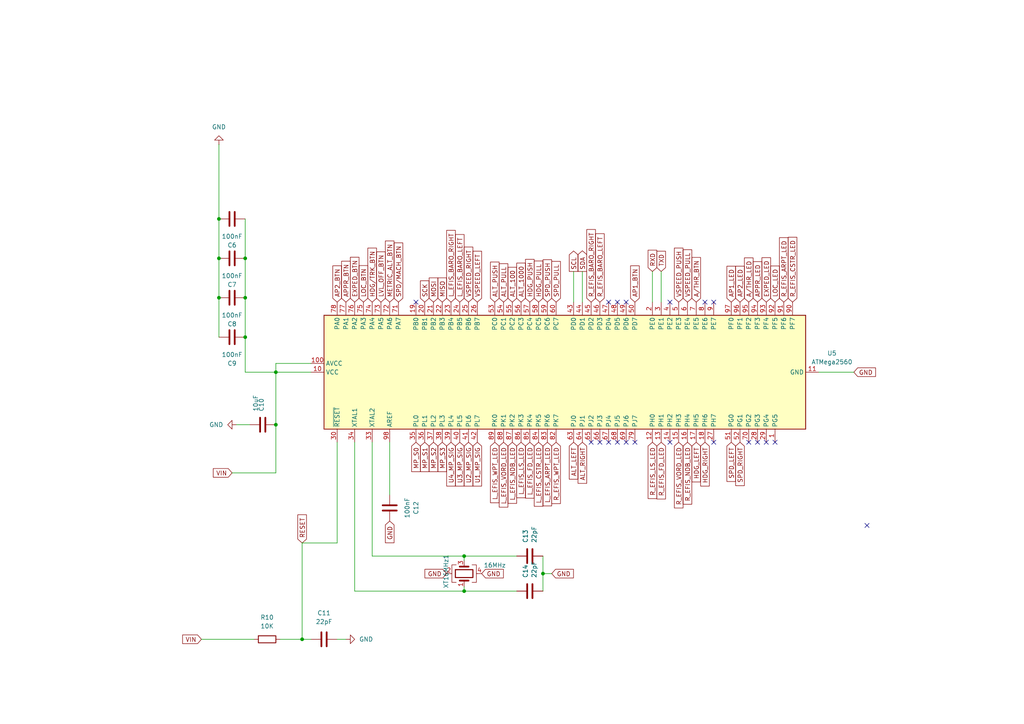
<source format=kicad_sch>
(kicad_sch (version 20250114) (generator "eeschema") (generator_version "9.0")
  (paper "A4")
  (title_block (title "FCU Mainboard schematics") (date "2024-03-05") (rev "1.0"))
  (lib_symbols
    (symbol "Device:C" (pin_numbers (hide yes)) (pin_names (offset 0.254))
      (property "Reference" "C" (at 0.635 2.54 0))
      (property "Value" "C" (at 0.635 -2.54 0))
      (symbol "C_0_1"
        (polyline (pts (xy -2.032 0.762) (xy 2.032 0.762)) (stroke (width 0.508)))
        (polyline (pts (xy -2.032 -0.762) (xy 2.032 -0.762)) (stroke (width 0.508)))
      )
      (symbol "C_1_1"
        (pin passive line (at 0 3.81 270) (length 2.794) (name "~") (number "1"))
        (pin passive line (at 0 -3.81 90) (length 2.794) (name "~") (number "2"))
      )
    )
    (symbol "Device:Crystal_GND24" (pin_names (offset 1.016) (hide yes))
      (property "Reference" "Y" (at 3.175 5.08 0))
      (property "Value" "Crystal_GND24" (at 3.175 3.175 0))
      (symbol "Crystal_GND24_0_1"
        (polyline (pts (xy -2.54 2.286) (xy -2.54 3.556) (xy 2.54 3.556) (xy 2.54 2.286)))
        (polyline (pts (xy -2.54 0) (xy -2.032 0)))
        (polyline (pts (xy -2.54 -2.286) (xy -2.54 -3.556) (xy 2.54 -3.556) (xy 2.54 -2.286)))
        (polyline (pts (xy -2.032 -1.27) (xy -2.032 1.27)) (stroke (width 0.508)))
        (rectangle (start -1.143 2.54) (end 1.143 -2.54) (stroke (width 0.3048)))
        (polyline (pts (xy 0 3.556) (xy 0 3.81)))
        (polyline (pts (xy 0 -3.81) (xy 0 -3.556)))
        (polyline (pts (xy 2.032 0) (xy 2.54 0)))
        (polyline (pts (xy 2.032 -1.27) (xy 2.032 1.27)) (stroke (width 0.508)))
      )
      (symbol "Crystal_GND24_1_1"
        (pin passive line (at -3.81 0 0) (length 1.27) (name "1") (number "1"))
        (pin passive line (at 0 5.08 270) (length 1.27) (name "2") (number "2"))
        (pin passive line (at 0 -5.08 90) (length 1.27) (name "4") (number "4"))
        (pin passive line (at 3.81 0 180) (length 1.27) (name "3") (number "3"))
      )
    )
    (symbol "Device:R" (pin_numbers (hide yes)) (pin_names (offset 0))
      (property "Reference" "R" (at 2.032 0 90))
      (property "Value" "R" (at 0 0 90))
      (symbol "R_0_1"
        (rectangle (start -1.016 -2.54) (end 1.016 2.54) (stroke (width 0.254)))
      )
      (symbol "R_1_1"
        (pin passive line (at 0 3.81 270) (length 1.27) (name "~") (number "1"))
        (pin passive line (at 0 -3.81 90) (length 1.27) (name "~") (number "2"))
      )
    )
    (symbol "MCU_Microchip_ATmega:ATmega2560-16A"
      (property "Reference" "U" (at 0 1.27 0))
      (property "Value" "ATmega2560-16A" (at 0 -1.27 0))
      (symbol "ATmega2560-16A_0_1"
        (rectangle (start -16.51 -69.85) (end 16.51 69.85) (stroke (width 0.254)) (fill (type background)))
      )
      (symbol "ATmega2560-16A_1_1"
        (pin input line (at -20.32 66.04 0) (length 3.81) (name "~{RESET}") (number "30"))
        (pin input line (at -20.32 60.96 0) (length 3.81) (name "XTAL1") (number "34"))
        (pin output line (at -20.32 55.88 0) (length 3.81) (name "XTAL2") (number "33"))
        (pin passive line (at -20.32 50.8 0) (length 3.81) (name "AREF") (number "98"))
        (pin bidirectional line (at -20.32 43.18 0) (length 3.81) (name "PL0") (number "35"))
        (pin bidirectional line (at -20.32 40.64 0) (length 3.81) (name "PL1") (number "36"))
        (pin bidirectional line (at -20.32 38.1 0) (length 3.81) (name "PL2") (number "37"))
        (pin bidirectional line (at -20.32 35.56 0) (length 3.81) (name "PL3") (number "38"))
        (pin bidirectional line (at -20.32 33.02 0) (length 3.81) (name "PL4") (number "39"))
        (pin bidirectional line (at -20.32 30.48 0) (length 3.81) (name "PL5") (number "40"))
        (pin bidirectional line (at -20.32 27.94 0) (length 3.81) (name "PL6") (number "41"))
        (pin bidirectional line (at -20.32 25.4 0) (length 3.81) (name "PL7") (number "42"))
        (pin bidirectional line (at -20.32 20.32 0) (length 3.81) (name "PK0") (number "89"))
        (pin bidirectional line (at -20.32 17.78 0) (length 3.81) (name "PK1") (number "88"))
        (pin bidirectional line (at -20.32 15.24 0) (length 3.81) (name "PK2") (number "87"))
        (pin bidirectional line (at -20.32 12.7 0) (length 3.81) (name "PK3") (number "86"))
        (pin bidirectional line (at -20.32 10.16 0) (length 3.81) (name "PK4") (number "85"))
        (pin bidirectional line (at -20.32 7.62 0) (length 3.81) (name "PK5") (number "84"))
        (pin bidirectional line (at -20.32 5.08 0) (length 3.81) (name "PK6") (number "83"))
        (pin bidirectional line (at -20.32 2.54 0) (length 3.81) (name "PK7") (number "82"))
        (pin bidirectional line (at -20.32 -2.54 0) (length 3.81) (name "PJ0") (number "63"))
        (pin bidirectional line (at -20.32 -5.08 0) (length 3.81) (name "PJ1") (number "64"))
        (pin bidirectional line (at -20.32 -7.62 0) (length 3.81) (name "PJ2") (number "65"))
        (pin bidirectional line (at -20.32 -10.16 0) (length 3.81) (name "PJ3") (number "66"))
        (pin bidirectional line (at -20.32 -12.7 0) (length 3.81) (name "PJ4") (number "67"))
        (pin bidirectional line (at -20.32 -15.24 0) (length 3.81) (name "PJ5") (number "68"))
        (pin bidirectional line (at -20.32 -17.78 0) (length 3.81) (name "PJ6") (number "69"))
        (pin bidirectional line (at -20.32 -20.32 0) (length 3.81) (name "PJ7") (number "79"))
        (pin bidirectional line (at -20.32 -25.4 0) (length 3.81) (name "PH0") (number "12"))
        (pin bidirectional line (at -20.32 -27.94 0) (length 3.81) (name "PH1") (number "13"))
        (pin bidirectional line (at -20.32 -30.48 0) (length 3.81) (name "PH2") (number "14"))
        (pin bidirectional line (at -20.32 -33.02 0) (length 3.81) (name "PH3") (number "15"))
        (pin bidirectional line (at -20.32 -35.56 0) (length 3.81) (name "PH4") (number "16"))
        (pin bidirectional line (at -20.32 -38.1 0) (length 3.81) (name "PH5") (number "17"))
        (pin bidirectional line (at -20.32 -40.64 0) (length 3.81) (name "PH6") (number "18"))
        (pin bidirectional line (at -20.32 -43.18 0) (length 3.81) (name "PH7") (number "27"))
        (pin bidirectional line (at -20.32 -48.26 0) (length 3.81) (name "PG0") (number "51"))
        (pin bidirectional line (at -20.32 -50.8 0) (length 3.81) (name "PG1") (number "52"))
        (pin bidirectional line (at -20.32 -53.34 0) (length 3.81) (name "PG2") (number "70"))
        (pin bidirectional line (at -20.32 -55.88 0) (length 3.81) (name "PG3") (number "28"))
        (pin bidirectional line (at -20.32 -58.42 0) (length 3.81) (name "PG4") (number "29"))
        (pin bidirectional line (at -20.32 -60.96 0) (length 3.81) (name "PG5") (number "1"))
        (pin power_in line (at 0 73.66 270) (length 3.81) (name "VCC") (number "10"))
        (pin passive line (at 0 73.66 270) (length 3.81) (hide yes) (name "VCC") (number "31"))
        (pin passive line (at 0 73.66 270) (length 3.81) (hide yes) (name "VCC") (number "61"))
        (pin passive line (at 0 73.66 270) (length 3.81) (hide yes) (name "VCC") (number "80"))
        (pin power_in line (at 0 -73.66 90) (length 3.81) (name "GND") (number "11"))
        (pin passive line (at 0 -73.66 90) (length 3.81) (hide yes) (name "GND") (number "32"))
        (pin passive line (at 0 -73.66 90) (length 3.81) (hide yes) (name "GND") (number "62"))
        (pin passive line (at 0 -73.66 90) (length 3.81) (hide yes) (name "GND") (number "81"))
        (pin passive line (at 0 -73.66 90) (length 3.81) (hide yes) (name "GND") (number "99"))
        (pin power_in line (at 2.54 73.66 270) (length 3.81) (name "AVCC") (number "100"))
        (pin bidirectional line (at 20.32 66.04 180) (length 3.81) (name "PA0") (number "78"))
        (pin bidirectional line (at 20.32 63.5 180) (length 3.81) (name "PA1") (number "77"))
        (pin bidirectional line (at 20.32 60.96 180) (length 3.81) (name "PA2") (number "76"))
        (pin bidirectional line (at 20.32 58.42 180) (length 3.81) (name "PA3") (number "75"))
        (pin bidirectional line (at 20.32 55.88 180) (length 3.81) (name "PA4") (number "74"))
        (pin bidirectional line (at 20.32 53.34 180) (length 3.81) (name "PA5") (number "73"))
        (pin bidirectional line (at 20.32 50.8 180) (length 3.81) (name "PA6") (number "72"))
        (pin bidirectional line (at 20.32 48.26 180) (length 3.81) (name "PA7") (number "71"))
        (pin bidirectional line (at 20.32 43.18 180) (length 3.81) (name "PB0") (number "19"))
        (pin bidirectional line (at 20.32 40.64 180) (length 3.81) (name "PB1") (number "20"))
        (pin bidirectional line (at 20.32 38.1 180) (length 3.81) (name "PB2") (number "21"))
        (pin bidirectional line (at 20.32 35.56 180) (length 3.81) (name "PB3") (number "22"))
        (pin bidirectional line (at 20.32 33.02 180) (length 3.81) (name "PB4") (number "23"))
        (pin bidirectional line (at 20.32 30.48 180) (length 3.81) (name "PB5") (number "24"))
        (pin bidirectional line (at 20.32 27.94 180) (length 3.81) (name "PB6") (number "25"))
        (pin bidirectional line (at 20.32 25.4 180) (length 3.81) (name "PB7") (number "26"))
        (pin bidirectional line (at 20.32 20.32 180) (length 3.81) (name "PC0") (number "53"))
        (pin bidirectional line (at 20.32 17.78 180) (length 3.81) (name "PC1") (number "54"))
        (pin bidirectional line (at 20.32 15.24 180) (length 3.81) (name "PC2") (number "55"))
        (pin bidirectional line (at 20.32 12.7 180) (length 3.81) (name "PC3") (number "56"))
        (pin bidirectional line (at 20.32 10.16 180) (length 3.81) (name "PC4") (number "57"))
        (pin bidirectional line (at 20.32 7.62 180) (length 3.81) (name "PC5") (number "58"))
        (pin bidirectional line (at 20.32 5.08 180) (length 3.81) (name "PC6") (number "59"))
        (pin bidirectional line (at 20.32 2.54 180) (length 3.81) (name "PC7") (number "60"))
        (pin bidirectional line (at 20.32 -2.54 180) (length 3.81) (name "PD0") (number "43"))
        (pin bidirectional line (at 20.32 -5.08 180) (length 3.81) (name "PD1") (number "44"))
        (pin bidirectional line (at 20.32 -7.62 180) (length 3.81) (name "PD2") (number "45"))
        (pin bidirectional line (at 20.32 -10.16 180) (length 3.81) (name "PD3") (number "46"))
        (pin bidirectional line (at 20.32 -12.7 180) (length 3.81) (name "PD4") (number "47"))
        (pin bidirectional line (at 20.32 -15.24 180) (length 3.81) (name "PD5") (number "48"))
        (pin bidirectional line (at 20.32 -17.78 180) (length 3.81) (name "PD6") (number "49"))
        (pin bidirectional line (at 20.32 -20.32 180) (length 3.81) (name "PD7") (number "50"))
        (pin bidirectional line (at 20.32 -25.4 180) (length 3.81) (name "PE0") (number "2"))
        (pin bidirectional line (at 20.32 -27.94 180) (length 3.81) (name "PE1") (number "3"))
        (pin bidirectional line (at 20.32 -30.48 180) (length 3.81) (name "PE2") (number "4"))
        (pin bidirectional line (at 20.32 -33.02 180) (length 3.81) (name "PE3") (number "5"))
        (pin bidirectional line (at 20.32 -35.56 180) (length 3.81) (name "PE4") (number "6"))
        (pin bidirectional line (at 20.32 -38.1 180) (length 3.81) (name "PE5") (number "7"))
        (pin bidirectional line (at 20.32 -40.64 180) (length 3.81) (name "PE6") (number "8"))
        (pin bidirectional line (at 20.32 -43.18 180) (length 3.81) (name "PE7") (number "9"))
        (pin bidirectional line (at 20.32 -48.26 180) (length 3.81) (name "PF0") (number "97"))
        (pin bidirectional line (at 20.32 -50.8 180) (length 3.81) (name "PF1") (number "96"))
        (pin bidirectional line (at 20.32 -53.34 180) (length 3.81) (name "PF2") (number "95"))
        (pin bidirectional line (at 20.32 -55.88 180) (length 3.81) (name "PF3") (number "94"))
        (pin bidirectional line (at 20.32 -58.42 180) (length 3.81) (name "PF4") (number "93"))
        (pin bidirectional line (at 20.32 -60.96 180) (length 3.81) (name "PF5") (number "92"))
        (pin bidirectional line (at 20.32 -63.5 180) (length 3.81) (name "PF6") (number "91"))
        (pin bidirectional line (at 20.32 -66.04 180) (length 3.81) (name "PF7") (number "90"))
      )
    )
    (symbol "power:GND" (power) (pin_numbers (hide yes)) (pin_names (offset 0) (hide yes))
      (property "Value" "GND" (at 0 -3.81 0))
      (symbol "GND_0_1"
        (polyline (pts (xy 0 0) (xy 0 -1.27) (xy 1.27 -1.27) (xy 0 -2.54) (xy -1.27 -1.27) (xy 0 -1.27)))
      )
      (symbol "GND_1_1"
        (pin power_in line (at 0 0 270) (length 0) (name "~") (number "1"))
      )
    )
  )
  (junction (at 80.01 107.95))
  (junction (at 71.12 86.36))
  (junction (at 71.12 97.79))
  (junction (at 80.01 123.19))
  (junction (at 63.5 63.5))
  (junction (at 87.63 185.42))
  (junction (at 134.62 161.29))
  (junction (at 134.62 171.45))
  (junction (at 63.5 86.36))
  (junction (at 63.5 74.93))
  (junction (at 157.48 166.37))
  (junction (at 71.12 74.93))
  (no_connect (at 224.79 128.27))
  (no_connect (at 251.46 152.4))
  (no_connect (at 181.61 128.27))
  (no_connect (at 194.31 128.27))
  (no_connect (at 219.71 128.27))
  (no_connect (at 120.65 87.63))
  (no_connect (at 222.25 128.27))
  (no_connect (at 184.15 128.27))
  (no_connect (at 176.53 128.27))
  (no_connect (at 181.61 87.63))
  (no_connect (at 173.99 128.27))
  (no_connect (at 176.53 87.63))
  (no_connect (at 179.07 128.27))
  (no_connect (at 204.47 87.63))
  (no_connect (at 207.01 128.27))
  (no_connect (at 171.45 128.27))
  (no_connect (at 179.07 87.63))
  (no_connect (at 217.17 128.27))
  (no_connect (at 194.31 87.63))
  (no_connect (at 207.01 87.63))
  (wire (pts (xy 80.01 123.19) (xy 80.01 137.16)))
  (wire (pts (xy 87.63 157.48) (xy 87.63 185.42)))
  (wire (pts (xy 189.23 78.74) (xy 189.23 87.63)))
  (wire (pts (xy 68.58 123.19) (xy 72.39 123.19)))
  (wire (pts (xy 134.62 170.18) (xy 134.62 171.45)))
  (wire (pts (xy 71.12 74.93) (xy 71.12 86.36)))
  (wire (pts (xy 63.5 63.5) (xy 63.5 74.93)))
  (wire (pts (xy 107.95 161.29) (xy 134.62 161.29)))
  (wire (pts (xy 71.12 107.95) (xy 80.01 107.95)))
  (wire (pts (xy 71.12 63.5) (xy 71.12 74.93)))
  (wire (pts (xy 80.01 105.41) (xy 90.17 105.41)))
  (wire (pts (xy 63.5 74.93) (xy 63.5 86.36)))
  (wire (pts (xy 191.77 78.74) (xy 191.77 87.63)))
  (wire (pts (xy 113.03 128.27) (xy 113.03 143.51)))
  (wire (pts (xy 168.91 78.74) (xy 168.91 87.63)))
  (wire (pts (xy 63.5 41.91) (xy 63.5 63.5)))
  (wire (pts (xy 157.48 166.37) (xy 160.02 166.37)))
  (wire (pts (xy 90.17 185.42) (xy 87.63 185.42)))
  (wire (pts (xy 80.01 137.16) (xy 67.31 137.16)))
  (wire (pts (xy 100.33 185.42) (xy 97.79 185.42)))
  (wire (pts (xy 102.87 171.45) (xy 102.87 128.27)))
  (wire (pts (xy 134.62 162.56) (xy 134.62 161.29)))
  (wire (pts (xy 102.87 171.45) (xy 134.62 171.45)))
  (wire (pts (xy 134.62 171.45) (xy 149.86 171.45)))
  (wire (pts (xy 134.62 161.29) (xy 149.86 161.29)))
  (wire (pts (xy 157.48 171.45) (xy 157.48 166.37)))
  (wire (pts (xy 80.01 107.95) (xy 80.01 105.41)))
  (wire (pts (xy 157.48 166.37) (xy 157.48 161.29)))
  (wire (pts (xy 71.12 97.79) (xy 71.12 107.95)))
  (wire (pts (xy 58.42 185.42) (xy 73.66 185.42)))
  (wire (pts (xy 71.12 86.36) (xy 71.12 97.79)))
  (wire (pts (xy 80.01 107.95) (xy 90.17 107.95)))
  (wire (pts (xy 87.63 157.48) (xy 97.79 157.48)))
  (wire (pts (xy 97.79 157.48) (xy 97.79 128.27)))
  (wire (pts (xy 63.5 86.36) (xy 63.5 97.79)))
  (wire (pts (xy 166.37 78.74) (xy 166.37 87.63)))
  (wire (pts (xy 80.01 107.95) (xy 80.01 123.19)))
  (wire (pts (xy 107.95 161.29) (xy 107.95 128.27)))
  (wire (pts (xy 247.65 107.95) (xy 237.49 107.95)))
  (wire (pts (xy 81.28 185.42) (xy 87.63 185.42)))
  (global_label "MOSI" (shape input) (at 125.73 87.63 90) (property "Intersheetrefs" "${INTERSHEET_REFS}" (effects (hide yes))))
  (global_label "L_EFIS_WPT_LED" (shape input) (at 143.51 128.27 270) (property "Intersheetrefs" "${INTERSHEET_REFS}" (effects (hide yes))))
  (global_label "AP1_BTN" (shape input) (at 184.15 87.63 90) (property "Intersheetrefs" "${INTERSHEET_REFS}" (effects (hide yes))))
  (global_label "APPR_BTN" (shape input) (at 100.33 87.63 90) (property "Intersheetrefs" "${INTERSHEET_REFS}" (effects (hide yes))))
  (global_label "L_EFIS_BARO_RIGHT" (shape input) (at 130.81 87.63 90) (property "Intersheetrefs" "${INTERSHEET_REFS}" (effects (hide yes))))
  (global_label "L_EFIS_VORD_LED" (shape input) (at 146.05 128.27 270) (property "Intersheetrefs" "${INTERSHEET_REFS}" (effects (hide yes))))
  (global_label "TXD" (shape input) (at 191.77 78.74 90) (property "Intersheetrefs" "${INTERSHEET_REFS}" (effects (hide yes))))
  (global_label "METRIC_ALT_BTN" (shape input) (at 113.03 87.63 90) (property "Intersheetrefs" "${INTERSHEET_REFS}" (effects (hide yes))))
  (global_label "AP2_BTN" (shape input) (at 97.79 87.63 90) (property "Intersheetrefs" "${INTERSHEET_REFS}" (effects (hide yes))))
  (global_label "VSPEED_PUSH" (shape input) (at 196.85 87.63 90) (property "Intersheetrefs" "${INTERSHEET_REFS}" (effects (hide yes))))
  (global_label "U3_MP_SIG" (shape input) (at 133.35 128.27 270) (property "Intersheetrefs" "${INTERSHEET_REFS}" (effects (hide yes))))
  (global_label "MP_S3" (shape input) (at 128.27 128.27 270) (property "Intersheetrefs" "${INTERSHEET_REFS}" (effects (hide yes))))
  (global_label "SPD_PUSH" (shape input) (at 158.75 87.63 90) (property "Intersheetrefs" "${INTERSHEET_REFS}" (effects (hide yes))))
  (global_label "SCL" (shape output) (at 166.37 78.74 90) (property "Intersheetrefs" "${INTERSHEET_REFS}" (effects (hide yes))))
  (global_label "R_EFIS_LS_LED" (shape input) (at 189.23 128.27 270) (property "Intersheetrefs" "${INTERSHEET_REFS}" (effects (hide yes))))
  (global_label "L_EFIS_FD_LED" (shape input) (at 153.67 128.27 270) (property "Intersheetrefs" "${INTERSHEET_REFS}" (effects (hide yes))))
  (global_label "L_EFIS_NDB_LED" (shape input) (at 148.59 128.27 270) (property "Intersheetrefs" "${INTERSHEET_REFS}" (effects (hide yes))))
  (global_label "VSPEED_LEFT" (shape input) (at 138.43 87.63 90) (property "Intersheetrefs" "${INTERSHEET_REFS}" (effects (hide yes))))
  (global_label "ALT_1000" (shape input) (at 151.13 87.63 90) (property "Intersheetrefs" "${INTERSHEET_REFS}" (effects (hide yes))))
  (global_label "EXPED_LED" (shape input) (at 222.25 87.63 90) (property "Intersheetrefs" "${INTERSHEET_REFS}" (effects (hide yes))))
  (global_label "VIN" (shape input) (at 67.31 137.16 180) (property "Intersheetrefs" "${INTERSHEET_REFS}" (effects (hide yes))))
  (global_label "SPD_PULL" (shape input) (at 161.29 87.63 90) (property "Intersheetrefs" "${INTERSHEET_REFS}" (effects (hide yes))))
  (global_label "GND" (shape input) (at 129.54 166.37 180) (property "Intersheetrefs" "${INTERSHEET_REFS}" (effects (hide yes))))
  (global_label "RXD" (shape input) (at 189.23 78.74 90) (property "Intersheetrefs" "${INTERSHEET_REFS}" (effects (hide yes))))
  (global_label "MP_S2" (shape input) (at 125.73 128.27 270) (property "Intersheetrefs" "${INTERSHEET_REFS}" (effects (hide yes))))
  (global_label "U2_MP_SIG" (shape input) (at 135.89 128.27 270) (property "Intersheetrefs" "${INTERSHEET_REFS}" (effects (hide yes))))
  (global_label "L_EFIS_CSTR_LED" (shape input) (at 156.21 128.27 270) (property "Intersheetrefs" "${INTERSHEET_REFS}" (effects (hide yes))))
  (global_label "SDA" (shape output) (at 168.91 78.74 90) (property "Intersheetrefs" "${INTERSHEET_REFS}" (effects (hide yes))))
  (global_label "A{slash}THR_LED" (shape input) (at 217.17 87.63 90) (property "Intersheetrefs" "${INTERSHEET_REFS}" (effects (hide yes))))
  (global_label "MP_S0" (shape input) (at 120.65 128.27 270) (property "Intersheetrefs" "${INTERSHEET_REFS}" (effects (hide yes))))
  (global_label "SCK" (shape input) (at 123.19 87.63 90) (property "Intersheetrefs" "${INTERSHEET_REFS}" (effects (hide yes))))
  (global_label "U4_MP_SIG" (shape input) (at 130.81 128.27 270) (property "Intersheetrefs" "${INTERSHEET_REFS}" (effects (hide yes))))
  (global_label "LOC_LED" (shape input) (at 224.79 87.63 90) (property "Intersheetrefs" "${INTERSHEET_REFS}" (effects (hide yes))))
  (global_label "L_EFIS_BARO_LEFT" (shape input) (at 133.35 87.63 90) (property "Intersheetrefs" "${INTERSHEET_REFS}" (effects (hide yes))))
  (global_label "L_EFIS_ARPT_LED" (shape input) (at 158.75 128.27 270) (property "Intersheetrefs" "${INTERSHEET_REFS}" (effects (hide yes))))
  (global_label "GND" (shape input) (at 247.65 107.95 0) (property "Intersheetrefs" "${INTERSHEET_REFS}" (effects (hide yes))))
  (global_label "HDG{slash}TRK_BTN" (shape input) (at 107.95 87.63 90) (property "Intersheetrefs" "${INTERSHEET_REFS}" (effects (hide yes))))
  (global_label "R_EFIS_ARPT_LED" (shape input) (at 227.33 87.63 90) (property "Intersheetrefs" "${INTERSHEET_REFS}" (effects (hide yes))))
  (global_label "A{slash}THR_BTN" (shape input) (at 201.93 87.63 90) (property "Intersheetrefs" "${INTERSHEET_REFS}" (effects (hide yes))))
  (global_label "ALT_100" (shape input) (at 148.59 87.63 90) (property "Intersheetrefs" "${INTERSHEET_REFS}" (effects (hide yes))))
  (global_label "MP_S1" (shape input) (at 123.19 128.27 270) (property "Intersheetrefs" "${INTERSHEET_REFS}" (effects (hide yes))))
  (global_label "R_EFIS_WPT_LED" (shape input) (at 161.29 128.27 270) (property "Intersheetrefs" "${INTERSHEET_REFS}" (effects (hide yes))))
  (global_label "ALT_LEFT" (shape input) (at 166.37 128.27 270) (property "Intersheetrefs" "${INTERSHEET_REFS}" (effects (hide yes))))
  (global_label "SPD_RIGHT" (shape input) (at 214.63 128.27 270) (property "Intersheetrefs" "${INTERSHEET_REFS}" (effects (hide yes))))
  (global_label "L_EFIS_LS_LED" (shape input) (at 151.13 128.27 270) (property "Intersheetrefs" "${INTERSHEET_REFS}" (effects (hide yes))))
  (global_label "U1_MP_SIG" (shape input) (at 138.43 128.27 270) (property "Intersheetrefs" "${INTERSHEET_REFS}" (effects (hide yes))))
  (global_label "LOC_BTN" (shape input) (at 105.41 87.63 90) (property "Intersheetrefs" "${INTERSHEET_REFS}" (effects (hide yes))))
  (global_label "ALT_PULL" (shape input) (at 146.05 87.63 90) (property "Intersheetrefs" "${INTERSHEET_REFS}" (effects (hide yes))))
  (global_label "HDG_RIGHT" (shape input) (at 204.47 128.27 270) (property "Intersheetrefs" "${INTERSHEET_REFS}" (effects (hide yes))))
  (global_label "ALT_RIGHT" (shape input) (at 168.91 128.27 270) (property "Intersheetrefs" "${INTERSHEET_REFS}" (effects (hide yes))))
  (global_label "AP1_LED" (shape input) (at 212.09 87.63 90) (property "Intersheetrefs" "${INTERSHEET_REFS}" (effects (hide yes))))
  (global_label "LVL_OFF_BTN" (shape input) (at 110.49 87.63 90) (property "Intersheetrefs" "${INTERSHEET_REFS}" (effects (hide yes))))
  (global_label "AP2_LED" (shape input) (at 214.63 87.63 90) (property "Intersheetrefs" "${INTERSHEET_REFS}" (effects (hide yes))))
  (global_label "ALT_PUSH" (shape input) (at 143.51 87.63 90) (property "Intersheetrefs" "${INTERSHEET_REFS}" (effects (hide yes))))
  (global_label "R_EFIS_VORD_LED" (shape input) (at 196.85 128.27 270) (property "Intersheetrefs" "${INTERSHEET_REFS}" (effects (hide yes))))
  (global_label "HDG_PUSH" (shape input) (at 153.67 87.63 90) (property "Intersheetrefs" "${INTERSHEET_REFS}" (effects (hide yes))))
  (global_label "SPD{slash}MACH_BTN" (shape input) (at 115.57 87.63 90) (property "Intersheetrefs" "${INTERSHEET_REFS}" (effects (hide yes))))
  (global_label "GND" (shape input) (at 139.7 166.37 0) (property "Intersheetrefs" "${INTERSHEET_REFS}" (effects (hide yes))))
  (global_label "R_EFIS_BARO_LEFT" (shape input) (at 173.99 87.63 90) (property "Intersheetrefs" "${INTERSHEET_REFS}" (effects (hide yes))))
  (global_label "VSPEED_RIGHT" (shape input) (at 135.89 87.63 90) (property "Intersheetrefs" "${INTERSHEET_REFS}" (effects (hide yes))))
  (global_label "SPD_LEFT" (shape input) (at 212.09 128.27 270) (property "Intersheetrefs" "${INTERSHEET_REFS}" (effects (hide yes))))
  (global_label "GND" (shape input) (at 113.03 151.13 270) (property "Intersheetrefs" "${INTERSHEET_REFS}" (effects (hide yes))))
  (global_label "R_EFIS_CSTR_LED" (shape input) (at 229.87 87.63 90) (property "Intersheetrefs" "${INTERSHEET_REFS}" (effects (hide yes))))
  (global_label "R_EFIS_FD_LED" (shape input) (at 191.77 128.27 270) (property "Intersheetrefs" "${INTERSHEET_REFS}" (effects (hide yes))))
  (global_label "R_EFIS_NDB_LED" (shape input) (at 199.39 128.27 270) (property "Intersheetrefs" "${INTERSHEET_REFS}" (effects (hide yes))))
  (global_label "VIN" (shape input) (at 58.42 185.42 180) (property "Intersheetrefs" "${INTERSHEET_REFS}" (effects (hide yes))))
  (global_label "VSPEED_PULL" (shape input) (at 199.39 87.63 90) (property "Intersheetrefs" "${INTERSHEET_REFS}" (effects (hide yes))))
  (global_label "HDG_LEFT" (shape input) (at 201.93 128.27 270) (property "Intersheetrefs" "${INTERSHEET_REFS}" (effects (hide yes))))
  (global_label "APPR_LED" (shape input) (at 219.71 87.63 90) (property "Intersheetrefs" "${INTERSHEET_REFS}" (effects (hide yes))))
  (global_label "HDG_PULL" (shape input) (at 156.21 87.63 90) (property "Intersheetrefs" "${INTERSHEET_REFS}" (effects (hide yes))))
  (global_label "MISO" (shape input) (at 128.27 87.63 90) (property "Intersheetrefs" "${INTERSHEET_REFS}" (effects (hide yes))))
  (global_label "R_EFIS_BARO_RIGHT" (shape input) (at 171.45 87.63 90) (property "Intersheetrefs" "${INTERSHEET_REFS}" (effects (hide yes))))
  (global_label "GND" (shape input) (at 160.02 166.37 0) (property "Intersheetrefs" "${INTERSHEET_REFS}" (effects (hide yes))))
  (global_label "EXPED_BTN" (shape input) (at 102.87 87.63 90) (property "Intersheetrefs" "${INTERSHEET_REFS}" (effects (hide yes))))
  (global_label "RESET" (shape input) (at 87.63 157.48 90) (property "Intersheetrefs" "${INTERSHEET_REFS}" (effects (hide yes))))
  (symbol (lib_id "Device:R") (at 77.47 185.42 90) (unit 1)
    (property "Reference" "R10" (at 77.47 179.07 90))
    (property "Value" "10K" (at 77.47 181.61 90))
    (property "Footprint" "Resistor_SMD:R_1206_3216Metric_Pad1.30x1.75mm_HandSolder" (effects (hide yes)))
    (property "Description" "Resistor" (effects (hide yes)))
  )
  (symbol (lib_id "Device:C") (at 67.31 74.93 270) (unit 1)
    (property "Reference" "C7" (at 67.31 82.55 90))
    (property "Value" "100nF" (at 67.31 80.01 90))
    (property "Footprint" "Capacitor_SMD:C_1206_3216Metric_Pad1.33x1.80mm_HandSolder" (effects (hide yes)))
    (property "Description" "Unpolarized capacitor" (effects (hide yes)))
  )
  (symbol (lib_id "Device:C") (at 93.98 185.42 90) (unit 1)
    (property "Reference" "C11" (at 93.98 177.8 90))
    (property "Value" "22pF" (at 93.98 180.34 90))
    (property "Footprint" "Capacitor_SMD:C_1206_3216Metric_Pad1.33x1.80mm_HandSolder" (effects (hide yes)))
    (property "Description" "Unpolarized capacitor" (effects (hide yes)))
  )
  (symbol (lib_id "MCU_Microchip_ATmega:ATmega2560-16A") (at 163.83 107.95 90) (unit 1)
    (property "Reference" "U5" (at 241.3 102.4538 90))
    (property "Value" "ATMega2560" (at 241.3 104.9938 90))
    (property "Footprint" "PCM_SFLibrary:TQFP100-0.5-14X14MM" (effects (hide yes)))
    (property "Datasheet" "http://ww1.microchip.com/downloads/en/DeviceDoc/Atmel-2549-8-bit-AVR-Microcontroller-ATmega640-1280-1281-2560-2561_datasheet.pdf" (effects (hide yes)))
    (property "Description" "16MHz, 256kB Flash, 8kB SRAM, 4kB EEPROM, JTAG, TQFP-100" (effects (hide yes)))
  )
  (symbol (lib_id "power:GND") (at 63.5 41.91 180) (unit 1)
    (property "Reference" "#PWR010" (effects (hide yes)))
    (property "Value" "GND" (at 63.5 36.83 0))
    (property "Description" "Power symbol creates a global label with name \"GND\" , ground" (effects (hide yes)))
  )
  (symbol (lib_id "Device:C") (at 76.2 123.19 270) (unit 1)
    (property "Reference" "C10" (at 75.8189 119.38 0) (effects (justify right)))
    (property "Value" "10uF" (at 74.168 119.38 0) (effects (justify right)))
    (property "Footprint" "Capacitor_SMD:C_1206_3216Metric_Pad1.33x1.80mm_HandSolder" (effects (hide yes)))
    (property "Description" "Unpolarized capacitor" (effects (hide yes)))
  )
  (symbol (lib_id "power:GND") (at 100.33 185.42 90) (unit 1)
    (property "Reference" "#PWR055" (effects (hide yes)))
    (property "Value" "GND" (at 104.14 185.4199 90) (effects (justify right)))
    (property "Description" "Power symbol creates a global label with name \"GND\" , ground" (effects (hide yes)))
  )
  (symbol (lib_id "Device:C") (at 113.03 147.32 0) (unit 1)
    (property "Reference" "C12" (at 120.65 147.32 90))
    (property "Value" "100nF" (at 118.11 147.32 90))
    (property "Footprint" "Capacitor_SMD:C_1206_3216Metric_Pad1.33x1.80mm_HandSolder" (effects (hide yes)))
    (property "Description" "Unpolarized capacitor" (effects (hide yes)))
  )
  (symbol (lib_id "Device:Crystal_GND24") (at 134.62 166.37 90) (unit 1)
    (property "Reference" "XT16MHz1" (at 129.37 165.745 0))
    (property "Value" "16MHz" (at 143.51 163.9568 90))
    (property "Footprint" "Crystal:Crystal_SMD_EuroQuartz_MQ-4Pin_7.0x5.0mm_HandSoldering" (effects (hide yes)))
    (property "Description" "Four pin crystal, GND on pins 2 and 4" (effects (hide yes)))
  )
  (symbol (lib_id "Device:C") (at 67.31 86.36 270) (unit 1)
    (property "Reference" "C8" (at 67.31 93.98 90))
    (property "Value" "100nF" (at 67.31 91.44 90))
    (property "Footprint" "Capacitor_SMD:C_1206_3216Metric_Pad1.33x1.80mm_HandSolder" (effects (hide yes)))
    (property "Description" "Unpolarized capacitor" (effects (hide yes)))
  )
  (symbol (lib_id "power:GND") (at 68.58 123.19 270) (unit 1)
    (property "Reference" "#PWR06" (effects (hide yes)))
    (property "Value" "GND" (at 64.77 123.1899 90) (effects (justify right)))
    (property "Description" "Power symbol creates a global label with name \"GND\" , ground" (effects (hide yes)))
  )
  (symbol (lib_id "Device:C") (at 153.67 161.29 90) (unit 1)
    (property "Reference" "C13" (at 152.3999 157.48 0) (effects (justify left)))
    (property "Value" "22pF" (at 154.9399 157.48 0) (effects (justify left)))
    (property "Footprint" "Capacitor_SMD:C_1206_3216Metric_Pad1.33x1.80mm_HandSolder" (effects (hide yes)))
    (property "Description" "Unpolarized capacitor" (effects (hide yes)))
  )
  (symbol (lib_id "Device:C") (at 67.31 97.79 270) (unit 1)
    (property "Reference" "C9" (at 67.31 105.41 90))
    (property "Value" "100nF" (at 67.31 102.87 90))
    (property "Footprint" "Capacitor_SMD:C_1206_3216Metric_Pad1.33x1.80mm_HandSolder" (effects (hide yes)))
    (property "Description" "Unpolarized capacitor" (effects (hide yes)))
  )
  (symbol (lib_id "Device:C") (at 67.31 63.5 270) (unit 1)
    (property "Reference" "C6" (at 67.31 71.12 90))
    (property "Value" "100nF" (at 67.31 68.58 90))
    (property "Footprint" "Capacitor_SMD:C_1206_3216Metric_Pad1.33x1.80mm_HandSolder" (effects (hide yes)))
    (property "Description" "Unpolarized capacitor" (effects (hide yes)))
  )
  (symbol (lib_id "Device:C") (at 153.67 171.45 90) (unit 1)
    (property "Reference" "C14" (at 152.3999 167.64 0) (effects (justify left)))
    (property "Value" "22pF" (at 154.9399 167.64 0) (effects (justify left)))
    (property "Footprint" "Capacitor_SMD:C_1206_3216Metric_Pad1.33x1.80mm_HandSolder" (effects (hide yes)))
    (property "Description" "Unpolarized capacitor" (effects (hide yes)))
  )
  (sheet (at 612.14 227.33) (size 275.59 204.47) (stroke (width 0.1524))
    (property "Sheetname" "EFIS_LEFT" (at 612.14 226.6184 0) (show_name yes) (effects (justify left bottom)))
    (property "Sheetfile" "efis_right.kicad_sch" (at 612.14 432.3846 0) (show_name yes) (effects (justify left top)))
  )
  (sheet (at 0 227.33) (size 298.45 205.74) (stroke (width 0.1524))
    (property "Sheetname" "OLEDs" (at 0 226.6184 0) (show_name yes) (effects (justify left bottom)))
    (property "Sheetfile" "oleds.kicad_sch" (at 0 433.6546 0) (show_name yes) (effects (justify left top)))
  )
  (sheet (at 331.47 0) (size 265.43 204.47) (stroke (width 0.1524))
    (property "Sheetname" "FCU" (at 331.47 -0.7116 0) (show_name yes) (effects (justify left bottom)))
    (property "Sheetfile" "fcu.kicad_sch" (at 331.47 205.0546 0) (show_name yes) (effects (justify left top)))
  )
  (sheet (at 331.47 227.33) (size 266.7 205.74) (stroke (width 0.1524))
    (property "Sheetname" "EFIS_RIGHT" (at 331.47 226.6184 0) (show_name yes) (effects (justify left bottom)))
    (property "Sheetfile" "efis_left.kicad_sch" (at 331.47 433.6546 0) (show_name yes) (effects (justify left top)))
  )
  (sheet (at 609.6 0) (size 278.13 215.9) (stroke (width 0.1524))
    (property "Sheetname" "Power Connectors" (at 609.6 -0.7116 0) (effects (justify left bottom)))
    (property "Sheetfile" "pwr_conn.kicad_sch" (at 609.6 216.4846 0) (effects (justify left top)))
  )
)
</source>
